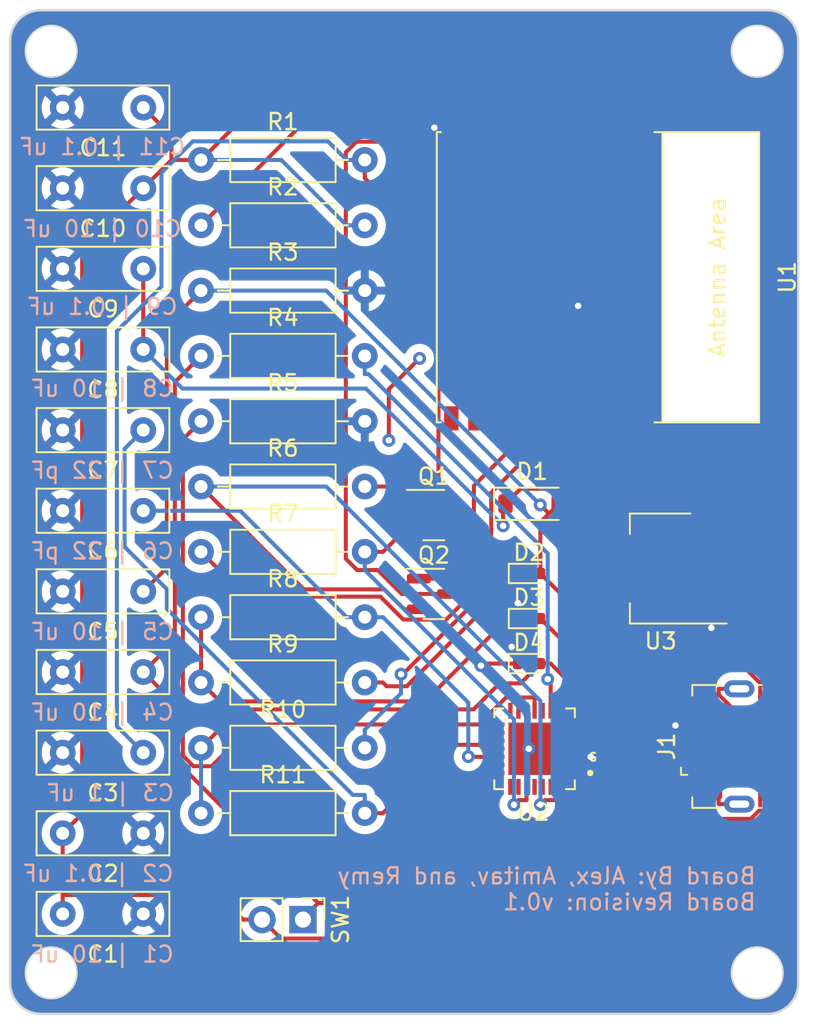
<source format=kicad_pcb>
(kicad_pcb (version 20221018) (generator pcbnew)
  (layers (0 "F.Cu" signal) (31 "B.Cu" signal) (34 "B.Paste" user) (35 "F.Paste" user) (36 "B.SilkS" user "B.Silkscreen") (37 "F.SilkS" user "F.Silkscreen") (38 "B.Mask" user) (39 "F.Mask" user) (44 "Edge.Cuts" user))
  (net 0 "")
  (net 1 "GND")
  (net 2 "+3V3")
  (net 3 "Net-(Q1-C)")
  (net 4 "Net-(U2-VDD)")
  (net 5 "Net-(D1-A)")
  (net 6 "Net-(U2-GPIO.0{slash}TXT)")
  (net 7 "Net-(U2-GPIO.1{slash}RXT)")
  (net 8 "+5V")
  (net 9 "Net-(D3-A)")
  (net 10 "Net-(D4-A)")
  (net 12 "unconnected-(J1-Shield-Pad6)")
  (net 13 "Net-(Q1-B)")
  (net 14 "Net-(Q1-E)")
  (net 15 "Net-(Q2-B)")
  (net 16 "Net-(Q2-E)")
  (net 17 "Net-(Q2-C)")
  (net 18 "Net-(U1-GPIO8)")
  (net 19 "Net-(U2-~{RST})")
  (net 20 "Net-(U2-~{SUSPEND})")
  (net 21 "Net-(U1-GPIO19{slash}USB_D+)")
  (net 22 "Net-(U1-GPIO18{slash}USB_D-)")
  (footprint "Capacitor_THT:C_Disc_D8.0mm_W2.5mm_P5.00mm" (layer "F.Cu") (at 64.77 57.47 180)
    (fp_text reference "C11" (at 2.5 -2.5) (layer "F.SilkS"))
    (fp_text value "0.1 uF")
    (pad "1" thru_hole circle (at 0 0 180) (size 1.6 1.6) (drill 0.8) (layers "*.Cu" "*.Mask") (net 2 "+3V3"))
    (pad "2" thru_hole circle (at 5 0 180) (size 1.6 1.6) (drill 0.8) (layers "*.Cu" "*.Mask") (net 1 "GND"))
  )
  (footprint "Package_TO_SOT_SMD:SOT-23" (layer "F.Cu") (at 82.804 87.63)
    (fp_text reference "Q2" (at 0 -2.4) (layer "F.SilkS"))
    (fp_text value "BC818")
    (pad "1" smd roundrect (at -0.9375 -0.95) (size 1.475 0.6) (layers "F.Cu" "F.Paste" "F.Mask") (net 15 "Net-(Q2-B)"))
    (pad "2" smd roundrect (at -0.9375 0.95) (size 1.475 0.6) (layers "F.Cu" "F.Paste" "F.Mask") (net 16 "Net-(Q2-E)"))
    (pad "3" smd roundrect (at 0.9375 0) (size 1.475 0.6) (layers "F.Cu" "F.Paste" "F.Mask") (net 17 "Net-(Q2-C)"))
  )
  (footprint "Resistor_THT:R_Axial_DIN0207_L6.3mm_D2.5mm_P10.16mm_Horizontal" (layer "F.Cu") (at 68.355 72.87)
    (fp_text reference "R4" (at 5.08 -2.37) (layer "F.SilkS"))
    (fp_text value "1k")
    (pad "1" thru_hole circle (at 0 0) (size 1.6 1.6) (drill 0.8) (layers "*.Cu" "*.Mask") (net 4 "Net-(U2-VDD)"))
    (pad "2" thru_hole oval (at 10.16 0) (size 1.6 1.6) (drill 0.8) (layers "*.Cu" "*.Mask") (net 19 "Net-(U2-~{RST})"))
  )
  (footprint "Resistor_THT:R_Axial_DIN0207_L6.3mm_D2.5mm_P10.16mm_Horizontal" (layer "F.Cu") (at 68.355 64.77)
    (fp_text reference "R2" (at 5.08 -2.37) (layer "F.SilkS"))
    (fp_text value "10k")
    (pad "1" thru_hole circle (at 0 0) (size 1.6 1.6) (drill 0.8) (layers "*.Cu" "*.Mask") (net 18 "Net-(U1-GPIO8)"))
    (pad "2" thru_hole oval (at 10.16 0) (size 1.6 1.6) (drill 0.8) (layers "*.Cu" "*.Mask") (net 2 "+3V3"))
  )
  (footprint "Connector_PinHeader_2.54mm:PinHeader_1x02_P2.54mm_Vertical" (layer "F.Cu") (at 74.681 107.823 -90)
    (fp_text reference "SW1" (at 0 -2.33 90) (layer "F.SilkS"))
    (fp_text value "SW_DIP_x01")
    (pad "1" thru_hole rect (at 0 0 270) (size 1.7 1.7) (drill 1) (layers "*.Cu" "*.Mask") (net 4 "Net-(U2-VDD)"))
    (pad "2" thru_hole oval (at 0 2.54 270) (size 1.7 1.7) (drill 1) (layers "*.Cu" "*.Mask") (net 2 "+3V3"))
  )
  (footprint "Capacitor_THT:C_Disc_D8.0mm_W2.5mm_P5.00mm" (layer "F.Cu") (at 64.77 102.47 180)
    (fp_text reference "C2" (at 2.5 -2.5) (layer "F.SilkS"))
    (fp_text value "0.1 uF")
    (pad "1" thru_hole circle (at 0 0 180) (size 1.6 1.6) (drill 0.8) (layers "*.Cu" "*.Mask") (net 1 "GND"))
    (pad "2" thru_hole circle (at 5 0 180) (size 1.6 1.6) (drill 0.8) (layers "*.Cu" "*.Mask") (net 2 "+3V3"))
  )
  (footprint "Capacitor_THT:C_Disc_D8.0mm_W2.5mm_P5.00mm" (layer "F.Cu") (at 64.77 107.47 180)
    (fp_text reference "C1" (at 2.5 -2.5) (layer "F.SilkS"))
    (fp_text value "10 uF")
    (pad "1" thru_hole circle (at 0 0 180) (size 1.6 1.6) (drill 0.8) (layers "*.Cu" "*.Mask") (net 1 "GND"))
    (pad "2" thru_hole circle (at 5 0 180) (size 1.6 1.6) (drill 0.8) (layers "*.Cu" "*.Mask") (net 2 "+3V3"))
  )
  (footprint "Diode_SMD:D_SOD-523" (layer "F.Cu") (at 88.711 91.948)
    (fp_text reference "D4" (at 0 -1.3) (layer "F.SilkS"))
    (fp_text value "1N914WT")
    (pad "1" smd roundrect (at -0.7 0 180) (size 0.6 0.7) (layers "F.Cu" "F.Paste" "F.Mask") (net 1 "GND"))
    (pad "2" smd roundrect (at 0.7 0 180) (size 0.6 0.7) (layers "F.Cu" "F.Paste" "F.Mask") (net 10 "Net-(D4-A)"))
  )
  (footprint "Resistor_THT:R_Axial_DIN0207_L6.3mm_D2.5mm_P10.16mm_Horizontal" (layer "F.Cu") (at 68.355 89.07)
    (fp_text reference "R8" (at 5.08 -2.37) (layer "F.SilkS"))
    (fp_text value "0")
    (pad "1" thru_hole circle (at 0 0) (size 1.6 1.6) (drill 0.8) (layers "*.Cu" "*.Mask") (net 9 "Net-(D3-A)"))
    (pad "2" thru_hole oval (at 10.16 0) (size 1.6 1.6) (drill 0.8) (layers "*.Cu" "*.Mask") (net 6 "Net-(U2-GPIO.0{slash}TXT)"))
  )
  (footprint "Package_TO_SOT_SMD:SOT-23" (layer "F.Cu") (at 82.804 82.738)
    (fp_text reference "Q1" (at 0 -2.4) (layer "F.SilkS"))
    (fp_text value "BC818")
    (pad "1" smd roundrect (at -0.9375 -0.95) (size 1.475 0.6) (layers "F.Cu" "F.Paste" "F.Mask") (net 13 "Net-(Q1-B)"))
    (pad "2" smd roundrect (at -0.9375 0.95) (size 1.475 0.6) (layers "F.Cu" "F.Paste" "F.Mask") (net 14 "Net-(Q1-E)"))
    (pad "3" smd roundrect (at 0.9375 0) (size 1.475 0.6) (layers "F.Cu" "F.Paste" "F.Mask") (net 3 "Net-(Q1-C)"))
  )
  (footprint "Capacitor_THT:C_Disc_D8.0mm_W2.5mm_P5.00mm" (layer "F.Cu") (at 64.77 92.47 180)
    (fp_text reference "C4" (at 2.5 -2.5) (layer "F.SilkS"))
    (fp_text value "10 uF")
    (pad "1" thru_hole circle (at 0 0 180) (size 1.6 1.6) (drill 0.8) (layers "*.Cu" "*.Mask") (net 4 "Net-(U2-VDD)"))
    (pad "2" thru_hole circle (at 5 0 180) (size 1.6 1.6) (drill 0.8) (layers "*.Cu" "*.Mask") (net 1 "GND"))
  )
  (footprint "Resistor_THT:R_Axial_DIN0207_L6.3mm_D2.5mm_P10.16mm_Horizontal" (layer "F.Cu") (at 68.355 97.17)
    (fp_text reference "R10" (at 5.08 -2.37) (layer "F.SilkS"))
    (fp_text value "0")
    (pad "1" thru_hole circle (at 0 0) (size 1.6 1.6) (drill 0.8) (layers "*.Cu" "*.Mask") (net 10 "Net-(D4-A)"))
    (pad "2" thru_hole oval (at 10.16 0) (size 1.6 1.6) (drill 0.8) (layers "*.Cu" "*.Mask") (net 22 "Net-(U1-GPIO18{slash}USB_D-)"))
  )
  (footprint "Connector_USB:USB_Micro-B_GCT_USB3076-30-A" (layer "F.Cu") (at 100.55 97.0862 90)
    (fp_text reference "J1" (at 0 -3.3 90) (layer "F.SilkS"))
    (fp_text value "USB_B_Micro")
    (pad "1" smd rect (at -1.3 -1.45 90) (size 0.4 1.4) (layers "F.Cu" "F.Paste" "F.Mask") (net 5 "Net-(D1-A)"))
    (pad "2" smd rect (at -0.65 -1.45 90) (size 0.4 1.4) (layers "F.Cu" "F.Paste" "F.Mask") (net 10 "Net-(D4-A)"))
    (pad "3" smd rect (at 0 -1.45 90) (size 0.4 1.4) (layers "F.Cu" "F.Paste" "F.Mask") (net 9 "Net-(D3-A)"))
    (pad "4" smd rect (at 0.65 -1.45 90) (size 0.4 1.4) (layers "F.Cu" "F.Paste" "F.Mask"))
    (pad "5" smd rect (at 1.3 -1.45 90) (size 0.4 1.4) (layers "F.Cu" "F.Paste" "F.Mask") (net 1 "GND"))
    (pad "6" thru_hole oval (at -3.575 1.2 270) (size 1.05 1.9) (drill oval 0.45 1.25) (layers "*.Cu" "*.Mask") (net 12 "unconnected-(J1-Shield-Pad6)"))
    (pad "6" smd rect (at -2.32 -1.03 90) (size 1.15 1.45) (layers "F.Cu" "F.Paste" "F.Mask") (net 12 "unconnected-(J1-Shield-Pad6)"))
    (pad "6" smd rect (at -1.125 1.2 90) (size 1.75 1.9) (layers "F.Cu" "F.Paste" "F.Mask") (net 12 "unconnected-(J1-Shield-Pad6)"))
    (pad "6" smd rect (at 1.125 1.2 90) (size 1.75 1.9) (layers "F.Cu" "F.Paste" "F.Mask") (net 12 "unconnected-(J1-Shield-Pad6)"))
    (pad "6" smd rect (at 2.32 -1.03 90) (size 1.15 1.45) (layers "F.Cu" "F.Paste" "F.Mask") (net 12 "unconnected-(J1-Shield-Pad6)"))
    (pad "6" thru_hole oval (at 3.575 1.2 90) (size 1.05 1.9) (drill oval 0.45 1.25) (layers "*.Cu" "*.Mask") (net 12 "unconnected-(J1-Shield-Pad6)"))
  )
  (footprint "Resistor_THT:R_Axial_DIN0207_L6.3mm_D2.5mm_P10.16mm_Horizontal" (layer "F.Cu") (at 68.355 85.02)
    (fp_text reference "R7" (at 5.08 -2.37) (layer "F.SilkS"))
    (fp_text value "10k")
    (pad "1" thru_hole circle (at 0 0) (size 1.6 1.6) (drill 0.8) (layers "*.Cu" "*.Mask") (net 15 "Net-(Q2-B)"))
    (pad "2" thru_hole oval (at 10.16 0) (size 1.6 1.6) (drill 0.8) (layers "*.Cu" "*.Mask") (net 14 "Net-(Q1-E)"))
  )
  (footprint "Package_TO_SOT_SMD:SOT-223-3_TabPin2" (layer "F.Cu") (at 96.8756 86.0552 180)
    (fp_text reference "U3" (at 0 -4.5) (layer "F.SilkS"))
    (fp_text value "LD1117S33TR_SOT223")
    (pad "1" smd rect (at -3.15 -2.3 180) (size 2 1.5) (layers "F.Cu" "F.Paste" "F.Mask") (net 1 "GND"))
    (pad "2" smd rect (at -3.15 0 180) (size 2 1.5) (layers "F.Cu" "F.Paste" "F.Mask") (net 2 "+3V3"))
    (pad "2" smd rect (at 3.15 0 180) (size 2 3.8) (layers "F.Cu" "F.Paste" "F.Mask") (net 2 "+3V3"))
    (pad "3" smd rect (at -3.15 2.3 180) (size 2 1.5) (layers "F.Cu" "F.Paste" "F.Mask") (net 8 "+5V"))
  )
  (footprint "Resistor_THT:R_Axial_DIN0207_L6.3mm_D2.5mm_P10.16mm_Horizontal" (layer "F.Cu") (at 68.355 68.82)
    (fp_text reference "R3" (at 5.08 -2.37) (layer "F.SilkS"))
    (fp_text value "47.5k")
    (pad "1" thru_hole circle (at 0 0) (size 1.6 1.6) (drill 0.8) (layers "*.Cu" "*.Mask") (net 5 "Net-(D1-A)"))
    (pad "2" thru_hole oval (at 10.16 0) (size 1.6 1.6) (drill 0.8) (layers "*.Cu" "*.Mask") (net 1 "GND"))
  )
  (footprint "Resistor_THT:R_Axial_DIN0207_L6.3mm_D2.5mm_P10.16mm_Horizontal" (layer "F.Cu") (at 68.355 60.72)
    (fp_text reference "R1" (at 5.08 -2.37) (layer "F.SilkS"))
    (fp_text value "10k")
    (pad "1" thru_hole circle (at 0 0) (size 1.6 1.6) (drill 0.8) (layers "*.Cu" "*.Mask") (net 2 "+3V3"))
    (pad "2" thru_hole oval (at 10.16 0) (size 1.6 1.6) (drill 0.8) (layers "*.Cu" "*.Mask") (net 3 "Net-(Q1-C)"))
  )
  (footprint "Capacitor_THT:C_Disc_D8.0mm_W2.5mm_P5.00mm" (layer "F.Cu") (at 64.77 87.47 180)
    (fp_text reference "C5" (at 2.5 -2.5) (layer "F.SilkS"))
    (fp_text value "1 uF")
    (pad "1" thru_hole circle (at 0 0 180) (size 1.6 1.6) (drill 0.8) (layers "*.Cu" "*.Mask") (net 5 "Net-(D1-A)"))
    (pad "2" thru_hole circle (at 5 0 180) (size 1.6 1.6) (drill 0.8) (layers "*.Cu" "*.Mask") (net 1 "GND"))
  )
  (footprint "espressif kicad-libraries main footprints-Espressif:ESP32-C3-WROOM-02" (layer "F.Cu") (at 89.985 67.9932 -90)
    (fp_text reference "U1" (at 0 -14.75 90) (layer "F.SilkS"))
    (fp_text value "ESP32-C3-WROOM-02")
    (fp_text user "Antenna Area" (at 0 -10.4 90) (layer "F.SilkS"))
    (pad "1" smd rect (at -8.75 -5.9 270) (size 1.5 0.9) (layers "F.Cu" "F.Paste" "F.Mask") (net 2 "+3V3"))
    (pad "2" smd rect (at -8.75 -4.4 270) (size 1.5 0.9) (layers "F.Cu" "F.Paste" "F.Mask") (net 3 "Net-(Q1-C)"))
    (pad "3" smd rect (at -8.75 -2.9 270) (size 1.5 0.9) (layers "F.Cu" "F.Paste" "F.Mask"))
    (pad "4" smd rect (at -8.75 -1.4 270) (size 1.5 0.9) (layers "F.Cu" "F.Paste" "F.Mask"))
    (pad "5" smd rect (at -8.75 0.1 270) (size 1.5 0.9) (layers "F.Cu" "F.Paste" "F.Mask"))
    (pad "6" smd rect (at -8.75 1.6 270) (size 1.5 0.9) (layers "F.Cu" "F.Paste" "F.Mask"))
    (pad "7" smd rect (at -8.75 3.1 270) (size 1.5 0.9) (layers "F.Cu" "F.Paste" "F.Mask") (net 18 "Net-(U1-GPIO8)"))
    (pad "8" smd rect (at -8.75 4.6 270) (size 1.5 0.9) (layers "F.Cu" "F.Paste" "F.Mask") (net 17 "Net-(Q2-C)"))
    (pad "9" smd rect (at -8.75 6.1 270) (size 1.5 0.9) (layers "F.Cu" "F.Paste" "F.Mask") (net 1 "GND"))
    (pad "10" smd rect (at 8.75 6.1 90) (size 1.5 0.9) (layers "F.Cu" "F.Paste" "F.Mask"))
    (pad "11" smd rect (at 8.75 4.6 90) (size 1.5 0.9) (layers "F.Cu" "F.Paste" "F.Mask"))
    (pad "12" smd rect (at 8.75 3.1 90) (size 1.5 0.9) (layers "F.Cu" "F.Paste" "F.Mask"))
    (pad "13" smd rect (at 8.75 1.6 90) (size 1.5 0.9) (layers "F.Cu" "F.Paste" "F.Mask") (net 22 "Net-(U1-GPIO18{slash}USB_D-)"))
    (pad "14" smd rect (at 8.75 0.1 90) (size 1.5 0.9) (layers "F.Cu" "F.Paste" "F.Mask") (net 21 "Net-(U1-GPIO19{slash}USB_D+)"))
    (pad "15" smd rect (at 8.75 -1.4 90) (size 1.5 0.9) (layers "F.Cu" "F.Paste" "F.Mask"))
    (pad "16" smd rect (at 8.75 -2.9 90) (size 1.5 0.9) (layers "F.Cu" "F.Paste" "F.Mask"))
    (pad "17" smd rect (at 8.75 -4.4 90) (size 1.5 0.9) (layers "F.Cu" "F.Paste" "F.Mask"))
    (pad "18" smd rect (at 8.75 -5.9 90) (size 1.5 0.9) (layers "F.Cu" "F.Paste" "F.Mask"))
    (pad "19" smd rect (at -0.14 -0.8 90) (size 0.7 0.7) (layers "F.Cu" "F.Paste" "F.Mask") (net 1 "GND"))
    (pad "19" smd rect (at -0.14 0.3 90) (size 0.7 0.7) (layers "F.Cu" "F.Paste" "F.Mask") (net 1 "GND"))
    (pad "19" smd rect (at -0.14 1.4 90) (size 0.7 0.7) (layers "F.Cu" "F.Paste" "F.Mask") (net 1 "GND"))
    (pad "19" smd rect (at 0.91 -0.8 90) (size 0.7 0.7) (layers "F.Cu" "F.Paste" "F.Mask") (net 1 "GND"))
    (pad "19" smd rect (at 0.91 0.3 90) (size 0.7 0.7) (layers "F.Cu" "F.Paste" "F.Mask") (net 1 "GND"))
    (pad "19" smd rect (at 0.91 1.4 90) (size 0.7 0.7) (layers "F.Cu" "F.Paste" "F.Mask") (net 1 "GND"))
    (pad "19" smd rect (at 2.06 -0.8 90) (size 0.7 0.7) (layers "F.Cu" "F.Paste" "F.Mask") (net 1 "GND"))
    (pad "19" smd rect (at 2.06 0.3 90) (size 0.7 0.7) (layers "F.Cu" "F.Paste" "F.Mask") (net 1 "GND"))
    (pad "19" smd rect (at 2.06 1.4 90) (size 0.7 0.7) (layers "F.Cu" "F.Paste" "F.Mask") (net 1 "GND"))
    (zone (net 0) (net_name "") (layers "*.Cu") (name "antenna keepout") (connect_pads (clearance 0)) (min_thickness 0.254)
      (keepout (tracks not_allowed) (vias not_allowed) (pads not_allowed) (copperpour not_allowed) (footprints not_allowed))
      (fill (thermal_gap 0.508) (thermal_bridge_width 0.508))
      (polygon (pts (xy 96.985 76.9932) (xy 96.985 58.9932) (xy 102.985 58.9932) (xy 102.985 76.9932)))
    )
  )
  (footprint "Resistor_THT:R_Axial_DIN0207_L6.3mm_D2.5mm_P10.16mm_Horizontal" (layer "F.Cu") (at 68.355 80.97)
    (fp_text reference "R6" (at 5.08 -2.37) (layer "F.SilkS"))
    (fp_text value "10k")
    (pad "1" thru_hole circle (at 0 0) (size 1.6 1.6) (drill 0.8) (layers "*.Cu" "*.Mask") (net 16 "Net-(Q2-E)"))
    (pad "2" thru_hole oval (at 10.16 0) (size 1.6 1.6) (drill 0.8) (layers "*.Cu" "*.Mask") (net 13 "Net-(Q1-B)"))
  )
  (footprint "Capacitor_THT:C_Disc_D8.0mm_W2.5mm_P5.00mm" (layer "F.Cu") (at 64.77 82.47 180)
    (fp_text reference "C6" (at 2.5 -2.5) (layer "F.SilkS"))
    (fp_text value "22 pF")
    (pad "1" thru_hole circle (at 0 0 180) (size 1.6 1.6) (drill 0.8) (layers "*.Cu" "*.Mask") (net 6 "Net-(U2-GPIO.0{slash}TXT)"))
    (pad "2" thru_hole circle (at 5 0 180) (size 1.6 1.6) (drill 0.8) (layers "*.Cu" "*.Mask") (net 1 "GND"))
  )
  (footprint "Resistor_THT:R_Axial_DIN0207_L6.3mm_D2.5mm_P10.16mm_Horizontal" (layer "F.Cu") (at 68.355 76.92)
    (fp_text reference "R5" (at 5.08 -2.37) (layer "F.SilkS"))
    (fp_text value "10k")
    (pad "1" thru_hole circle (at 0 0) (size 1.6 1.6) (drill 0.8) (layers "*.Cu" "*.Mask") (net 20 "Net-(U2-~{SUSPEND})"))
    (pad "2" thru_hole oval (at 10.16 0) (size 1.6 1.6) (drill 0.8) (layers "*.Cu" "*.Mask") (net 1 "GND"))
  )
  (footprint "Resistor_THT:R_Axial_DIN0207_L6.3mm_D2.5mm_P10.16mm_Horizontal" (layer "F.Cu") (at 68.355 93.12)
    (fp_text reference "R9" (at 5.08 -2.37) (layer "F.SilkS"))
    (fp_text value "0")
    (pad "1" thru_hole circle (at 0 0) (size 1.6 1.6) (drill 0.8) (layers "*.Cu" "*.Mask") (net 9 "Net-(D3-A)"))
    (pad "2" thru_hole oval (at 10.16 0) (size 1.6 1.6) (drill 0.8) (layers "*.Cu" "*.Mask") (net 21 "Net-(U1-GPIO19{slash}USB_D+)"))
  )
  (footprint "Diode_SMD:D_SOD-523" (layer "F.Cu") (at 88.711 89.154)
    (fp_text reference "D3" (at 0 -1.3) (layer "F.SilkS"))
    (fp_text value "1N914WT")
    (pad "1" smd roundrect (at -0.7 0 180) (size 0.6 0.7) (layers "F.Cu" "F.Paste" "F.Mask") (net 1 "GND"))
    (pad "2" smd roundrect (at 0.7 0 180) (size 0.6 0.7) (layers "F.Cu" "F.Paste" "F.Mask") (net 9 "Net-(D3-A)"))
  )
  (footprint "Capacitor_THT:C_Disc_D8.0mm_W2.5mm_P5.00mm" (layer "F.Cu") (at 64.77 62.47 180)
    (fp_text reference "C10" (at 2.5 -2.5) (layer "F.SilkS"))
    (fp_text value "10 uF")
    (pad "1" thru_hole circle (at 0 0 180) (size 1.6 1.6) (drill 0.8) (layers "*.Cu" "*.Mask") (net 2 "+3V3"))
    (pad "2" thru_hole circle (at 5 0 180) (size 1.6 1.6) (drill 0.8) (layers "*.Cu" "*.Mask") (net 1 "GND"))
  )
  (footprint "Capacitor_THT:C_Disc_D8.0mm_W2.5mm_P5.00mm" (layer "F.Cu") (at 64.77 77.47 180)
    (fp_text reference "C7" (at 2.5 -2.5) (layer "F.SilkS"))
    (fp_text value "22 pF")
    (pad "1" thru_hole circle (at 0 0 180) (size 1.6 1.6) (drill 0.8) (layers "*.Cu" "*.Mask") (net 7 "Net-(U2-GPIO.1{slash}RXT)"))
    (pad "2" thru_hole circle (at 5 0 180) (size 1.6 1.6) (drill 0.8) (layers "*.Cu" "*.Mask") (net 1 "GND"))
  )
  (footprint "Capacitor_THT:C_Disc_D8.0mm_W2.5mm_P5.00mm" (layer "F.Cu") (at 64.77 72.47 180)
    (fp_text reference "C8" (at 2.5 -2.5) (layer "F.SilkS"))
    (fp_text value "10 uF")
    (pad "1" thru_hole circle (at 0 0 180) (size 1.6 1.6) (drill 0.8) (layers "*.Cu" "*.Mask") (net 8 "+5V"))
    (pad "2" thru_hole circle (at 5 0 180) (size 1.6 1.6) (drill 0.8) (layers "*.Cu" "*.Mask") (net 1 "GND"))
  )
  (footprint "Diode_SMD:D_SOD-523" (layer "F.Cu") (at 88.711 86.36)
    (fp_text reference "D2" (at 0 -1.3) (layer "F.SilkS"))
    (fp_text value "1N914WT")
    (pad "1" smd roundrect (at -0.7 0 180) (size 0.6 0.7) (layers "F.Cu" "F.Paste" "F.Mask") (net 1 "GND"))
    (pad "2" smd roundrect (at 0.7 0 180) (size 0.6 0.7) (layers "F.Cu" "F.Paste" "F.Mask") (net 5 "Net-(D1-A)"))
  )
  (footprint "Capacitor_THT:C_Disc_D8.0mm_W2.5mm_P5.00mm" (layer "F.Cu") (at 64.77 97.47 180)
    (fp_text reference "C3" (at 2.5 -2.5) (layer "F.SilkS"))
    (fp_text value "1 uF")
    (pad "1" thru_hole circle (at 0 0 180) (size 1.6 1.6) (drill 0.8) (layers "*.Cu" "*.Mask") (net 3 "Net-(Q1-C)"))
    (pad "2" thru_hole circle (at 5 0 180) (size 1.6 1.6) (drill 0.8) (layers "*.Cu" "*.Mask") (net 1 "GND"))
  )
  (footprint "Diode_SMD:D_SOD-123" (layer "F.Cu") (at 88.9 82.042)
    (fp_text reference "D1" (at 0 -2) (layer "F.SilkS"))
    (fp_text value "MBR0540")
    (pad "1" smd roundrect (at -1.65 0) (size 0.9 1.2) (layers "F.Cu" "F.Paste" "F.Mask") (net 8 "+5V"))
    (pad "2" smd roundrect (at 1.65 0) (size 0.9 1.2) (layers "F.Cu" "F.Paste" "F.Mask") (net 5 "Net-(D1-A)"))
  )
  (footprint "Resistor_THT:R_Axial_DIN0207_L6.3mm_D2.5mm_P10.16mm_Horizontal" (layer "F.Cu") (at 68.355 101.22)
    (fp_text reference "R11" (at 5.08 -2.37) (layer "F.SilkS"))
    (fp_text value "0")
    (pad "1" thru_hole circle (at 0 0) (size 1.6 1.6) (drill 0.8) (layers "*.Cu" "*.Mask") (net 10 "Net-(D4-A)"))
    (pad "2" thru_hole oval (at 10.16 0) (size 1.6 1.6) (drill 0.8) (layers "*.Cu" "*.Mask") (net 7 "Net-(U2-GPIO.1{slash}RXT)"))
  )
  (footprint "Capacitor_THT:C_Disc_D8.0mm_W2.5mm_P5.00mm" (layer "F.Cu") (at 64.77 67.47 180)
    (fp_text reference "C9" (at 2.5 -2.5) (layer "F.SilkS"))
    (fp_text value "0.1 uF")
    (pad "1" thru_hole circle (at 0 0 180) (size 1.6 1.6) (drill 0.8) (layers "*.Cu" "*.Mask") (net 8 "+5V"))
    (pad "2" thru_hole circle (at 5 0 180) (size 1.6 1.6) (drill 0.8) (layers "*.Cu" "*.Mask") (net 1 "GND"))
  )
  (footprint "CP2102N_A02_GQFN28:QFN50P500X500X80-29N" (layer "F.Cu") (at 89.0524 97.2312 180)
    (fp_text reference "U2" (at 0.07 -3.94) (layer "F.SilkS"))
    (fp_text value "CP2102N-A02-GQFN28")
    (pad "1" smd rect (at -2.36 -1.5 180) (size 0.99 0.27) (layers "F.Cu" "F.Paste" "F.Mask"))
    (pad "2" smd rect (at -2.36 -1 180) (size 0.99 0.27) (layers "F.Cu" "F.Paste" "F.Mask"))
    (pad "3" smd rect (at -2.36 -0.5 180) (size 0.99 0.27) (layers "F.Cu" "F.Paste" "F.Mask") (net 1 "GND"))
    (pad "4" smd rect (at -2.36 0 180) (size 0.99 0.27) (layers "F.Cu" "F.Paste" "F.Mask"))
    (pad "5" smd rect (at -2.36 0.5 180) (size 0.99 0.27) (layers "F.Cu" "F.Paste" "F.Mask"))
    (pad "6" smd rect (at -2.36 1 180) (size 0.99 0.27) (layers "F.Cu" "F.Paste" "F.Mask") (net 4 "Net-(U2-VDD)"))
    (pad "7" smd rect (at -2.36 1.5 180) (size 0.99 0.27) (layers "F.Cu" "F.Paste" "F.Mask") (net 4 "Net-(U2-VDD)"))
    (pad "8" smd rect (at -1.5 2.36 180) (size 0.27 0.99) (layers "F.Cu" "F.Paste" "F.Mask") (net 5 "Net-(D1-A)"))
    (pad "9" smd rect (at -1 2.36 180) (size 0.27 0.99) (layers "F.Cu" "F.Paste" "F.Mask") (net 19 "Net-(U2-~{RST})"))
    (pad "10" smd rect (at -0.5 2.36 180) (size 0.27 0.99) (layers "F.Cu" "F.Paste" "F.Mask"))
    (pad "11" smd rect (at 0 2.36 180) (size 0.27 0.99) (layers "F.Cu" "F.Paste" "F.Mask") (net 20 "Net-(U2-~{SUSPEND})"))
    (pad "12" smd rect (at 0.5 2.36 180) (size 0.27 0.99) (layers "F.Cu" "F.Paste" "F.Mask"))
    (pad "13" smd rect (at 1 2.36 180) (size 0.27 0.99) (layers "F.Cu" "F.Paste" "F.Mask"))
    (pad "14" smd rect (at 1.5 2.36 180) (size 0.27 0.99) (layers "F.Cu" "F.Paste" "F.Mask"))
    (pad "15" smd rect (at 2.36 1.5 180) (size 0.99 0.27) (layers "F.Cu" "F.Paste" "F.Mask"))
    (pad "16" smd rect (at 2.36 1 180) (size 0.99 0.27) (layers "F.Cu" "F.Paste" "F.Mask"))
    (pad "17" smd rect (at 2.36 0.5 180) (size 0.99 0.27) (layers "F.Cu" "F.Paste" "F.Mask"))
    (pad "18" smd rect (at 2.36 0 180) (size 0.99 0.27) (layers "F.Cu" "F.Paste" "F.Mask") (net 7 "Net-(U2-GPIO.1{slash}RXT)"))
    (pad "19" smd rect (at 2.36 -0.5 180) (size 0.99 0.27) (layers "F.Cu" "F.Paste" "F.Mask") (net 6 "Net-(U2-GPIO.0{slash}TXT)"))
    (pad "20" smd rect (at 2.36 -1 180) (size 0.99 0.27) (layers "F.Cu" "F.Paste" "F.Mask"))
    (pad "21" smd rect (at 2.36 -1.5 180) (size 0.99 0.27) (layers "F.Cu" "F.Paste" "F.Mask"))
    (pad "22" smd rect (at 1.5 -2.36 180) (size 0.27 0.99) (layers "F.Cu" "F.Paste" "F.Mask"))
    (pad "23" smd rect (at 1 -2.36 180) (size 0.27 0.99) (layers "F.Cu" "F.Paste" "F.Mask"))
    (pad "24" smd rect (at 0.5 -2.36 180) (size 0.27 0.99) (layers "F.Cu" "F.Paste" "F.Mask") (net 14 "Net-(Q1-E)"))
    (pad "25" smd rect (at 0 -2.36 180) (size 0.27 0.99) (layers "F.Cu" "F.Paste" "F.Mask"))
    (pad "26" smd rect (at -0.5 -2.36 180) (size 0.27 0.99) (layers "F.Cu" "F.Paste" "F.Mask"))
    (pad "27" smd rect (at -1 -2.36 180) (size 0.27 0.99) (layers "F.Cu" "F.Paste" "F.Mask"))
    (pad "28" smd rect (at -1.5 -2.36 180) (size 0.27 0.99) (layers "F.Cu" "F.Paste" "F.Mask") (net 16 "Net-(Q2-E)"))
    (pad "29" smd rect (at 0 0 180) (size 3.25 3.25) (layers "F.Cu" "F.Mask") (net 1 "GND"))
  )
  (gr_circle (center 59.055 111.125) (end 60.655 111.125) (stroke (width 0.1)) (fill none) (layer "Edge.Cuts"))
  (gr_arc (start 58.42 113.665) (mid 57.072962 113.107038) (end 56.515 111.76) (stroke (width 0.15)) (layer "Edge.Cuts"))
  (gr_arc (start 105.41 111.76) (mid 104.852038 113.107038) (end 103.505 113.665) (stroke (width 0.15)) (layer "Edge.Cuts"))
  (gr_circle (center 59.055 53.975) (end 60.655 53.975) (stroke (width 0.1)) (fill none) (layer "Edge.Cuts"))
  (gr_line (start 105.41 53.34) (end 105.41 111.76) (stroke (width 0.15)) (layer "Edge.Cuts"))
  (gr_arc (start 103.505 51.435) (mid 104.852038 51.992962) (end 105.41 53.34) (stroke (width 0.15)) (layer "Edge.Cuts"))
  (gr_arc (start 56.515 53.34) (mid 57.072962 51.992962) (end 58.42 51.435) (stroke (width 0.15)) (layer "Edge.Cuts"))
  (gr_circle (center 102.87 53.975) (end 104.47 53.975) (stroke (width 0.1)) (fill none) (layer "Edge.Cuts"))
  (gr_circle (center 102.87 111.125) (end 104.47 111.125) (stroke (width 0.1)) (fill none) (layer "Edge.Cuts"))
  (gr_line (start 56.515 111.76) (end 56.515 53.34) (stroke (width 0.15)) (layer "Edge.Cuts"))
  (gr_line (start 58.42 51.435) (end 103.505 51.435) (stroke (width 0.15)) (layer "Edge.Cuts"))
  (gr_line (start 103.505 113.665) (end 58.42 113.665) (stroke (width 0.15)) (layer "Edge.Cuts"))
  (gr_text "C2 | 0.1 uF" (at 61.98 104.97) (layer "B.SilkS") (effects (font (size 1 1)) (justify mirror)))
  (gr_text "C7 | 22 pF" (at 62.23 79.972) (layer "B.SilkS") (effects (font (size 1 1)) (justify mirror)))
  (gr_text "C10 | 10 uF" (at 62.23 64.986) (layer "B.SilkS") (effects (font (size 1 1)) (justify mirror)))
  (gr_text "Board By: Alex, Amitav, and Remy\nBoard Revision: v0.1" (at 102.87 107.315) (layer "B.SilkS") (effects (font (size 1 1)) (justify left bottom mirror)))
  (gr_text "C11 | 0.1 uF" (at 62.23 59.906) (layer "B.SilkS") (effects (font (size 1 1)) (justify mirror)))
  (gr_text "C5 | 10 uF" (at 62.23 89.97) (layer "B.SilkS") (effects (font (size 1 1)) (justify mirror)))
  (gr_text "C6 | 22 pF" (at 62.23 84.97) (layer "B.SilkS") (effects (font (size 1 1)) (justify mirror)))
  (gr_text "C8 | 10 uF" (at 62.23 74.892) (layer "B.SilkS") (effects (font (size 1 1)) (justify mirror)))
  (gr_text "C1 | 10 uF" (at 62.23 109.97) (layer "B.SilkS") (effects (font (size 1 1)) (justify mirror)))
  (gr_text "C4 | 10 uF" (at 62.23 94.97) (layer "B.SilkS") (effects (font (size 1 1)) (justify mirror)))
  (gr_text "C3 | 1 uF" (at 62.73 99.97) (layer "B.SilkS") (effects (font (size 1 1)) (justify mirror)))
  (gr_text "C9 | 0.1 uF" (at 62.23 69.812) (layer "B.SilkS") (effects (font (size 1 1)) (justify mirror)))
  (gr_text "G" (at 92.329 98.044) (layer "F.SilkS") (effects (font (size 0.5 0.5) (thickness 0.125)) (justify left bottom)))
  (segment (start 80.01 74.93) (end 80.01 78.105) (width 0.25) (layer "F.Cu") (net 0))
  (segment (start 81.915 73.025) (end 80.01 74.93) (width 0.25) (layer "F.Cu") (net 0))
  (via (at 80.01 78.105) (size 0.8) (drill 0.4) (layers "F.Cu" "B.Cu") (net 0))
  (via (at 81.915 73.025) (size 0.8) (drill 0.4) (layers "F.Cu" "B.Cu") (net 0))
  (segment (start 90.785 67.8532) (end 90.785 68.3782) (width 0.25) (layer "F.Cu") (net 1))
  (segment (start 88.011 89.154) (end 88.011 88.1972) (width 0.25) (layer "F.Cu") (net 1))
  (segment (start 90.785 68.3782) (end 89.685 68.3782) (width 0.25) (layer "F.Cu") (net 1))
  (segment (start 90.785 68.3782) (end 90.785 68.9032) (width 0.25) (layer "F.Cu") (net 1))
  (segment (start 90.785 70.0532) (end 91.4619 70.0532) (width 0.25) (layer "F.Cu") (net 1))
  (segment (start 89.685 68.6407) (end 89.685 68.9032) (width 0.25) (layer "F.Cu") (net 1))
  (segment (start 100.0256 88.3552) (end 100.0256 89.7294) (width 0.25) (layer "F.Cu") (net 1))
  (segment (start 88.011 91.2939) (end 87.63 90.9129) (width 0.25) (layer "F.Cu") (net 1))
  (segment (start 89.685 68.6407) (end 88.585 68.6407) (width 0.25) (layer "F.Cu") (net 1))
  (segment (start 83.885 59.2432) (end 83.3582 58.7164) (width 0.25) (layer "F.Cu") (net 1))
  (segment (start 88.585 70.0532) (end 89.2619 70.0532) (width 0.25) (layer "F.Cu") (net 1))
  (segment (start 88.585 67.8532) (end 88.585 68.6407) (width 0.25) (layer "F.Cu") (net 1))
  (segment (start 97.7948 95.7862) (end 99.1 95.7862) (width 0.25) (layer "F.Cu") (net 1))
  (segment (start 89.685 68.3782) (end 89.685 68.6407) (width 0.25) (layer "F.Cu") (net 1))
  (segment (start 88.011 91.948) (end 85.852 91.948) (width 0.25) (layer "F.Cu") (net 1))
  (segment (start 88.585 68.6407) (end 88.585 68.9032) (width 0.25) (layer "F.Cu") (net 1))
  (segment (start 91.7519 69.7632) (end 91.4619 70.0532) (width 0.25) (layer "F.Cu") (net 1))
  (segment (start 89.685 68.9032) (end 89.685 70.0532) (width 0.25) (layer "F.Cu") (net 1))
  (segment (start 89.685 67.8532) (end 89.685 68.3782) (width 0.25) (layer "F.Cu") (net 1))
  (segment (start 89.5524 97.7312) (end 91.4124 97.7312) (width 0.25) (layer "F.Cu") (net 1))
  (segment (start 83.3582 58.7164) (end 82.833 58.7164) (width 0.25) (layer "F.Cu") (net 1))
  (segment (start 91.4124 97.7312) (end 92.5348 97.7312) (width 0.25) (layer "F.Cu") (net 1))
  (segment (start 88.011 88.1972) (end 88.011 86.36) (width 0.25) (layer "F.Cu") (net 1))
  (segment (start 89.0524 97.2312) (end 89.5524 97.7312) (width 0.25) (layer "F.Cu") (net 1))
  (segment (start 88.011 91.948) (end 88.011 91.2939) (width 0.25) (layer "F.Cu") (net 1))
  (segment (start 90.785 68.9032) (end 90.785 70.0532) (width 0.25) (layer "F.Cu") (net 1))
  (segment (start 89.685 70.0532) (end 89.2619 70.0532) (width 0.25) (layer "F.Cu") (net 1))
  (segment (start 85.852 91.948) (end 85.725 92.075) (width 0.25) (layer "F.Cu") (net 1))
  (via (at 100.0256 89.7294) (size 0.8) (drill 0.4) (layers "F.Cu" "B.Cu") (net 1))
  (via (at 91.7519 69.7632) (size 0.8) (drill 0.4) (layers "F.Cu" "B.Cu") (net 1))
  (via (at 85.725 92.075) (size 0.8) (drill 0.4) (layers "F.Cu" "B.Cu") (net 1))
  (via (at 82.833 58.7164) (size 0.8) (drill 0.4) (layers "F.Cu" "B.Cu") (net 1))
  (via (at 87.63 90.9129) (size 0.8) (drill 0.4) (layers "F.Cu" "B.Cu") (net 1))
  (via (at 97.7948 95.7862) (size 0.8) (drill 0.4) (layers "F.Cu" "B.Cu") (net 1))
  (via (at 88.6913 97.2312) (size 0.8) (drill 0.4) (layers "F.Cu" "B.Cu") (net 1))
  (via (at 92.5348 97.7312) (size 0.8) (drill 0.4) (layers "F.Cu" "B.Cu") (net 1))
  (via (at 88.011 88.1972) (size 0.8) (drill 0.4) (layers "F.Cu" "B.Cu") (net 1))
  (segment (start 88.6913 95.0413) (end 88.6913 97.2312) (width 0.25) (layer "B.Cu") (net 1))
  (segment (start 92.5348 97.7312) (end 94.4798 95.7862) (width 0.25) (layer "B.Cu") (net 1))
  (segment (start 85.725 92.075) (end 88.6913 95.0413) (width 0.25) (layer "B.Cu") (net 1))
  (segment (start 87.63 88.5782) (end 88.011 88.1972) (width 0.25) (layer "B.Cu") (net 1))
  (segment (start 94.4798 95.7862) (end 97.7948 95.7862) (width 0.25) (layer "B.Cu") (net 1))
  (segment (start 87.63 90.9129) (end 87.63 88.5782) (width 0.25) (layer "B.Cu") (net 1))
  (segment (start 59.77 106.2981) (end 69.4392 106.2981) (width 0.25) (layer "F.Cu") (net 2))
  (segment (start 66.52 60.72) (end 64.77 62.47) (width 0.25) (layer "F.Cu") (net 2))
  (segment (start 98.9487 87.1321) (end 100.0256 87.1321) (width 0.25) (layer "F.Cu") (net 2))
  (segment (start 95.885 59.2432) (end 95.885 58.1663) (width 0.25) (layer "F.Cu") (net 2))
  (segment (start 69.4392 106.2981) (end 70.9641 107.823) (width 0.25) (layer "F.Cu") (net 2))
  (segment (start 59.77 102.47) (end 60.9804 101.2596) (width 0.25) (layer "F.Cu") (net 2))
  (segment (start 93.7256 86.0552) (end 93.7256 88.2821) (width 0.25) (layer "F.Cu") (net 2))
  (segment (start 100.0256 86.0552) (end 100.0256 86.0553) (width 0.25) (layer "F.Cu") (net 2))
  (segment (start 60.9804 101.2596) (end 60.9804 66.2596) (width 0.25) (layer "F.Cu") (net 2))
  (segment (start 101.187 108.998) (end 73.316 108.998) (width 0.25) (layer "F.Cu") (net 2))
  (segment (start 95.2402 57.5215) (end 71.5535 57.5215) (width 0.25) (layer "F.Cu") (net 2))
  (segment (start 97.7987 88.2821) (end 98.9487 87.1321) (width 0.25) (layer "F.Cu") (net 2))
  (segment (start 72.141 107.823) (end 70.9641 107.823) (width 0.25) (layer "F.Cu") (net 2))
  (segment (start 100.0256 86.0562) (end 100.0256 86.0573) (width 0.25) (layer "F.Cu") (net 2))
  (segment (start 100.0256 86.3244) (end 100.0256 86.5936) (width 0.25) (layer "F.Cu") (net 2))
  (segment (start 66.52 59.22) (end 64.77 57.47) (width 0.25) (layer "F.Cu") (net 2))
  (segment (start 100.0256 86.072) (end 100.0256 86.0888) (width 0.25) (layer "F.Cu") (net 2))
  (segment (start 71.5535 57.5215) (end 68.355 60.72) (width 0.25) (layer "F.Cu") (net 2))
  (segment (start 100.0256 86.0573) (end 100.0256 86.0594) (width 0.25) (layer "F.Cu") (net 2))
  (segment (start 100.0256 86.0553) (end 100.0256 86.0554) (width 0.25) (layer "F.Cu") (net 2))
  (segment (start 73.316 108.998) (end 72.141 107.823) (width 0.25) (layer "F.Cu") (net 2))
  (segment (start 100.0256 86.0552) (end 100.2756 86.0552) (width 0.25) (layer "F.Cu") (net 2))
  (segment (start 100.0256 86.1225) (end 100.0256 86.1898) (width 0.25) (layer "F.Cu") (net 2))
  (segment (start 100.2756 86.0552) (end 104.14 89.9196) (width 0.25) (layer "F.Cu") (net 2))
  (segment (start 100.0256 86.5936) (end 100.0256 87.1321) (width 0.25) (layer "F.Cu") (net 2))
  (segment (start 104.14 89.9196) (end 104.14 106.045) (width 0.25) (layer "F.Cu") (net 2))
  (segment (start 100.0256 86.0554) (end 100.0256 86.0557) (width 0.25) (layer "F.Cu") (net 2))
  (segment (start 100.0256 86.0594) (end 100.0256 86.0636) (width 0.25) (layer "F.Cu") (net 2))
  (segment (start 93.7256 88.2821) (end 97.7987 88.2821) (width 0.25) (layer "F.Cu") (net 2))
  (segment (start 68.355 60.72) (end 66.52 60.72) (width 0.25) (layer "F.Cu") (net 2))
  (segment (start 95.885 58.1663) (end 95.2402 57.5215) (width 0.25) (layer "F.Cu") (net 2))
  (segment (start 100.0256 86.0888) (end 100.0256 86.1225) (width 0.25) (layer "F.Cu") (net 2))
  (segment (start 59.77 106.2981) (end 59.77 102.47) (width 0.25) (layer "F.Cu") (net 2))
  (segment (start 59.77 107.47) (end 59.77 106.2981) (width 0.25) (layer "F.Cu") (net 2))
  (segment (start 66.52 60.72) (end 66.52 59.22) (width 0.25) (layer "F.Cu") (net 2))
  (segment (start 100.0256 86.0557) (end 100.0256 86.0562) (width 0.25) (layer "F.Cu") (net 2))
  (segment (start 60.9804 66.2596) (end 64.77 62.47) (width 0.25) (layer "F.Cu") (net 2))
  (segment (start 100.0256 86.0636) (end 100.0256 86.072) (width 0.25) (layer "F.Cu") (net 2))
  (segment (start 100.0256 86.1898) (end 100.0256 86.3244) (width 0.25) (layer "F.Cu") (net 2))
  (segment (start 104.14 106.045) (end 101.187 108.998) (width 0.25) (layer "F.Cu") (net 2))
  (segment (start 77.3881 64.77) (end 73.3381 60.72) (width 0.25) (layer "B.Cu") (net 2))
  (segment (start 78.515 64.77) (end 77.3881 64.77) (width 0.25) (layer "B.Cu") (net 2))
  (segment (start 73.3381 60.72) (end 68.355 60.72) (width 0.25) (layer "B.Cu") (net 2))
  (segment (start 83.0878 82.0843) (end 83.0878 66.4197) (width 0.25) (layer "F.Cu") (net 3))
  (segment (start 89.1874 60.3201) (end 83.0878 66.4197) (width 0.25) (layer "F.Cu") (net 3))
  (segment (start 78.515 60.72) (end 78.515 61.8469) (width 0.25) (layer "F.Cu") (net 3))
  (segment (start 94.385 59.2432) (end 94.385 60.3201) (width 0.25) (layer "F.Cu") (net 3))
  (segment (start 83.0878 66.4197) (end 78.515 61.8469) (width 0.25) (layer "F.Cu") (net 3))
  (segment (start 83.7415 82.738) (end 83.0878 82.0843) (width 0.25) (layer "F.Cu") (net 3))
  (segment (start 94.385 60.3201) (end 89.1874 60.3201) (width 0.25) (layer "F.Cu") (net 3))
  (segment (start 77.3881 60.72) (end 76.2328 59.5647) (width 0.25) (layer "B.Cu") (net 3))
  (segment (start 63.1321 95.8321) (end 64.77 97.47) (width 0.25) (layer "B.Cu") (net 3))
  (segment (start 65.8969 68.571) (end 63.1321 71.3358) (width 0.25) (layer "B.Cu") (net 3))
  (segment (start 65.8969 61.5119) (end 65.8969 68.571) (width 0.25) (layer "B.Cu") (net 3))
  (segment (start 63.1321 71.3358) (end 63.1321 95.8321) (width 0.25) (layer "B.Cu") (net 3))
  (segment (start 76.2328 59.5647) (end 67.8441 59.5647) (width 0.25) (layer "B.Cu") (net 3))
  (segment (start 78.515 60.72) (end 77.3881 60.72) (width 0.25) (layer "B.Cu") (net 3))
  (segment (start 67.8441 59.5647) (end 65.8969 61.5119) (width 0.25) (layer "B.Cu") (net 3))
  (segment (start 92.2343 96.2312) (end 93.2854 97.2823) (width 0.25) (layer "F.Cu") (net 4))
  (segment (start 66.2856 97.4545) (end 66.2856 93.9856) (width 0.25) (layer "F.Cu") (net 4))
  (segment (start 68.355 72.87) (end 66.7296 74.4954) (width 0.25) (layer "F.Cu") (net 4))
  (segment (start 91.4124 96.2312) (end 92.2343 96.2312) (width 0.25) (layer "F.Cu") (net 4))
  (segment (start 74.681 107.7428) (end 75.6275 106.7963) (width 0.25) (layer "F.Cu") (net 4))
  (segment (start 74.681 107.823) (end 74.681 107.7428) (width 0.25) (layer "F.Cu") (net 4))
  (segment (start 84.8431 106.7964) (end 75.6275 106.7964) (width 0.25) (layer "F.Cu") (net 4))
  (segment (start 66.7296 74.4954) (end 66.7296 90.5104) (width 0.25) (layer "F.Cu") (net 4))
  (segment (start 93.2854 97.2823) (end 93.2854 98.3541) (width 0.25) (layer "F.Cu") (net 4))
  (segment (start 75.6275 106.7964) (end 75.6275 106.7963) (width 0.25) (layer "F.Cu") (net 4))
  (segment (start 75.6275 106.7963) (end 66.2856 97.4545) (width 0.25) (layer "F.Cu") (net 4))
  (segment (start 93.2854 98.3541) (end 84.8431 106.7964) (width 0.25) (layer "F.Cu") (net 4))
  (segment (start 66.7296 90.5104) (end 64.77 92.47) (width 0.25) (layer "F.Cu") (net 4))
  (segment (start 66.2856 93.9856) (end 64.77 92.47) (width 0.25) (layer "F.Cu") (net 4))
  (segment (start 91.4124 95.7312) (end 91.4124 96.2312) (width 0.25) (layer "F.Cu") (net 4))
  (segment (start 89.411 83.181) (end 89.411 86.36) (width 0.25) (layer "F.Cu") (net 5))
  (segment (start 98.4342 98.3862) (end 95.2146 98.3862) (width 0.25) (layer "F.Cu") (net 5))
  (segment (start 102.472 101.5756) (end 103.0505 100.9971) (width 0.25) (layer "F.Cu") (net 5))
  (segment (start 95.2146 98.3862) (end 91.6996 94.8712) (width 0.25) (layer "F.Cu") (net 5))
  (segment (start 99.1 98.3862) (end 98.4342 98.3862) (width 0.25) (layer "F.Cu") (net 5))
  (segment (start 98.4342 98.3862) (end 98.4342 100.0827) (width 0.25) (layer "F.Cu") (net 5))
  (segment (start 101.2195 91.3281) (end 94.3791 91.3281) (width 0.25) (layer "F.Cu") (net 5))
  (segment (start 68.355 68.82) (end 66.2308 70.9442) (width 0.25) (layer "F.Cu") (net 5))
  (segment (start 91.6996 94.8712) (end 90.5524 94.8712) (width 0.25) (layer "F.Cu") (net 5))
  (segment (start 66.2308 86.0092) (end 64.77 87.47) (width 0.25) (layer "F.Cu") (net 5))
  (segment (start 89.9443 82.6477) (end 89.411 83.181) (width 0.25) (layer "F.Cu") (net 5))
  (segment (start 99.9271 101.5756) (end 102.472 101.5756) (width 0.25) (layer "F.Cu") (net 5))
  (segment (start 103.0505 93.1591) (end 101.2195 91.3281) (width 0.25) (layer "F.Cu") (net 5))
  (segment (start 94.3791 91.3281) (end 89.411 86.36) (width 0.25) (layer "F.Cu") (net 5))
  (segment (start 66.2308 70.9442) (end 66.2308 86.0092) (width 0.25) (layer "F.Cu") (net 5))
  (segment (start 98.4342 100.0827) (end 99.9271 101.5756) (width 0.25) (layer "F.Cu") (net 5))
  (segment (start 103.0505 100.9971) (end 103.0505 93.1591) (width 0.25) (layer "F.Cu") (net 5))
  (segment (start 89.9443 82.6477) (end 89.404 82.1074) (width 0.25) (layer "F.Cu") (net 5))
  (segment (start 90.55 82.042) (end 89.9443 82.6477) (width 0.25) (layer "F.Cu") (net 5))
  (via (at 89.404 82.1074) (size 0.8) (drill 0.4) (layers "F.Cu" "B.Cu") (net 5))
  (segment (start 68.355 68.82) (end 76.1166 68.82) (width 0.25) (layer "B.Cu") (net 5))
  (segment (start 76.1166 68.82) (end 89.404 82.1074) (width 0.25) (layer "B.Cu") (net 5))
  (segment (start 84.9544 97.7312) (end 84.94 97.7168) (width 0.25) (layer "F.Cu") (net 6))
  (segment (start 85.8705 97.7312) (end 84.9544 97.7312) (width 0.25) (layer "F.Cu") (net 6))
  (segment (start 86.6924 97.7312) (end 85.8705 97.7312) (width 0.25) (layer "F.Cu") (net 6))
  (via (at 84.94 97.7168) (size 0.8) (drill 0.4) (layers "F.Cu" "B.Cu") (net 6))
  (segment (start 77.9516 89.07) (end 77.3881 89.07) (width 0.25) (layer "B.Cu") (net 6))
  (segment (start 84.94 94.3681) (end 79.6419 89.07) (width 0.25) (layer "B.Cu") (net 6))
  (segment (start 70.7881 82.47) (end 77.3881 89.07) (width 0.25) (layer "B.Cu") (net 6))
  (segment (start 84.94 97.7168) (end 84.94 94.3681) (width 0.25) (layer "B.Cu") (net 6))
  (segment (start 78.515 89.07) (end 77.9516 89.07) (width 0.25) (layer "B.Cu") (net 6))
  (segment (start 64.77 82.47) (end 70.7881 82.47) (width 0.25) (layer "B.Cu") (net 6))
  (segment (start 78.515 89.07) (end 79.6419 89.07) (width 0.25) (layer "B.Cu") (net 6))
  (segment (start 85.6243 96.985) (end 83.8769 96.985) (width 0.25) (layer "F.Cu") (net 7))
  (segment (start 78.515 101.22) (end 79.6419 101.22) (width 0.25) (layer "F.Cu") (net 7))
  (segment (start 85.8705 97.2312) (end 85.6243 96.985) (width 0.25) (layer "F.Cu") (net 7))
  (segment (start 86.6924 97.2312) (end 85.8705 97.2312) (width 0.25) (layer "F.Cu") (net 7))
  (segment (start 83.8769 96.985) (end 79.6419 101.22) (width 0.25) (layer "F.Cu") (net 7))
  (segment (start 78.515 100.0931) (end 77.7754 100.0931) (width 0.25) (layer "B.Cu") (net 7))
  (segment (start 77.7754 100.0931) (end 66.2299 88.5476) (width 0.25) (layer "B.Cu") (net 7))
  (segment (start 63.6122 78.6278) (end 64.77 77.47) (width 0.25) (layer "B.Cu") (net 7))
  (segment (start 66.2299 88.5476) (end 66.2299 87.33) (width 0.25) (layer "B.Cu") (net 7))
  (segment (start 66.2299 87.33) (end 63.6122 84.7123) (width 0.25) (layer "B.Cu") (net 7))
  (segment (start 63.6122 84.7123) (end 63.6122 78.6278) (width 0.25) (layer "B.Cu") (net 7))
  (segment (start 78.515 101.22) (end 78.515 100.0931) (width 0.25) (layer "B.Cu") (net 7))
  (segment (start 64.77 67.47) (end 64.77 72.47) (width 0.25) (layer "F.Cu") (net 8))
  (segment (start 88.1841 81.1079) (end 87.25 82.042) (width 0.25) (layer "F.Cu") (net 8))
  (segment (start 98.4552 81.1079) (end 88.1841 81.1079) (width 0.25) (layer "F.Cu") (net 8))
  (segment (start 87.1024 82.1896) (end 87.1024 83.4063) (width 0.25) (layer "F.Cu") (net 8))
  (segment (start 100.0256 82.6783) (end 98.4552 81.1079) (width 0.25) (layer "F.Cu") (net 8))
  (segment (start 100.0256 83.7552) (end 100.0256 82.6783) (width 0.25) (layer "F.Cu") (net 8))
  (segment (start 87.25 82.042) (end 87.1024 82.1896) (width 0.25) (layer "F.Cu") (net 8))
  (via (at 87.1024 83.4063) (size 0.8) (drill 0.4) (layers "F.Cu" "B.Cu") (net 8))
  (segment (start 78.5911 74.895) (end 67.195 74.895) (width 0.25) (layer "B.Cu") (net 8))
  (segment (start 67.195 74.895) (end 64.77 72.47) (width 0.25) (layer "B.Cu") (net 8))
  (segment (start 87.1024 83.4063) (end 78.5911 74.895) (width 0.25) (layer "B.Cu") (net 8))
  (segment (start 97.3432 97.0862) (end 99.1 97.0862) (width 0.25) (layer "F.Cu") (net 9))
  (segment (start 82.2555 94.2913) (end 69.5263 94.2913) (width 0.25) (layer "F.Cu") (net 9))
  (segment (start 89.411 89.154) (end 97.3432 97.0862) (width 0.25) (layer "F.Cu") (net 9))
  (segment (start 86.3584 90.1884) (end 82.2555 94.2913) (width 0.25) (layer "F.Cu") (net 9))
  (segment (start 88.3766 90.1884) (end 86.3584 90.1884) (width 0.25) (layer "F.Cu") (net 9))
  (segment (start 68.355 93.12) (end 68.355 89.07) (width 0.25) (layer "F.Cu") (net 9))
  (segment (start 69.5263 94.2913) (end 68.355 93.12) (width 0.25) (layer "F.Cu") (net 9))
  (segment (start 89.411 89.154) (end 88.3766 90.1884) (width 0.25) (layer "F.Cu") (net 9))
  (segment (start 86.8774 93.1758) (end 88.1833 93.1758) (width 0.25) (layer "F.Cu") (net 10))
  (segment (start 85.2641 94.7891) (end 86.8774 93.1758) (width 0.25) (layer "F.Cu") (net 10))
  (segment (start 95.8384 97.7362) (end 99.1 97.7362) (width 0.25) (layer "F.Cu") (net 10))
  (segment (start 89.411 91.9481) (end 89.411 91.948) (width 0.25) (layer "F.Cu") (net 10))
  (segment (start 88.1833 93.1758) (end 89.411 91.9481) (width 0.25) (layer "F.Cu") (net 10))
  (segment (start 89.411 91.9481) (end 90.0503 91.9481) (width 0.25) (layer "F.Cu") (net 10))
  (segment (start 68.355 97.17) (end 70.7359 94.7891) (width 0.25) (layer "F.Cu") (net 10))
  (segment (start 90.0503 91.9481) (end 95.8384 97.7362) (width 0.25) (layer "F.Cu") (net 10))
  (segment (start 70.7359 94.7891) (end 85.2641 94.7891) (width 0.25) (layer "F.Cu") (net 10))
  (segment (start 68.355 101.22) (end 68.355 97.17) (width 0.25) (layer "B.Cu") (net 10))
  (segment (start 101.3683 94.7593) (end 101.75 94.7593) (width 0.25) (layer "F.Cu") (net 12))
  (segment (start 99.52 99.4062) (end 100.5719 99.4062) (width 0.25) (layer "F.Cu") (net 12))
  (segment (start 101.75 95.9612) (end 101.75 98.2112) (width 0.25) (layer "F.Cu") (net 12))
  (segment (start 100.4731 93.5112) (end 100.4731 93.8641) (width 0.25) (layer "F.Cu") (net 12))
  (segment (start 100.5719 99.4062) (end 100.5719 100.2095) (width 0.25) (layer "F.Cu") (net 12))
  (segment (start 101.75 100.6612) (end 100.4731 100.6612) (width 0.25) (layer "F.Cu") (net 12))
  (segment (start 101.75 93.5112) (end 100.4731 93.5112) (width 0.25) (layer "F.Cu") (net 12))
  (segment (start 100.5719 100.2095) (end 100.4731 100.3083) (width 0.25) (layer "F.Cu") (net 12))
  (segment (start 101.75 95.9612) (end 101.75 94.7593) (width 0.25) (layer "F.Cu") (net 12))
  (segment (start 101.75 98.2112) (end 101.75 99.0497) (width 0.25) (layer "F.Cu") (net 12))
  (segment (start 99.52 94.7662) (end 99.571 94.7662) (width 0.25) (layer "F.Cu") (net 12))
  (segment (start 100.4731 100.3083) (end 100.4731 100.6612) (width 0.25) (layer "F.Cu") (net 12))
  (segment (start 100.9284 99.0497) (end 100.5719 99.4062) (width 0.25) (layer "F.Cu") (net 12))
  (segment (start 99.571 94.7662) (end 100.4731 93.8641) (width 0.25) (layer "F.Cu") (net 12))
  (segment (start 100.4731 93.8641) (end 101.3683 94.7593) (width 0.25) (layer "F.Cu") (net 12))
  (segment (start 101.75 99.0497) (end 100.9284 99.0497) (width 0.25) (layer "F.Cu") (net 12))
  (segment (start 81.0485 80.97) (end 81.8665 81.788) (width 0.25) (layer "F.Cu") (net 13))
  (segment (start 78.515 80.97) (end 81.0485 80.97) (width 0.25) (layer "F.Cu") (net 13))
  (segment (start 79.6419 85.02) (end 80.9739 83.688) (width 0.25) (layer "F.Cu") (net 14))
  (segment (start 78.515 85.02) (end 79.6419 85.02) (width 0.25) (layer "F.Cu") (net 14))
  (segment (start 88.0612 100.4131) (end 87.7726 100.7017) (width 0.25) (layer "F.Cu") (net 14))
  (segment (start 80.9739 83.688) (end 81.8665 83.688) (width 0.25) (layer "F.Cu") (net 14))
  (segment (start 88.5524 99.5912) (end 88.5524 100.4131) (width 0.25) (layer "F.Cu") (net 14))
  (segment (start 88.5524 100.4131) (end 88.0612 100.4131) (width 0.25) (layer "F.Cu") (net 14))
  (via (at 87.7726 100.7017) (size 0.8) (drill 0.4) (layers "F.Cu" "B.Cu") (net 14))
  (segment (start 87.7726 95.4045) (end 87.7726 100.7017) (width 0.25) (layer "B.Cu") (net 14))
  (segment (start 78.515 86.1469) (end 87.7726 95.4045) (width 0.25) (layer "B.Cu") (net 14))
  (segment (start 78.515 85.02) (end 78.515 86.1469) (width 0.25) (layer "B.Cu") (net 14))
  (segment (start 84.8065 87.2291) (end 84.2574 86.68) (width 0.25) (layer "F.Cu") (net 15))
  (segment (start 80.9026 89.2168) (end 83.5675 89.2168) (width 0.25) (layer "F.Cu") (net 15))
  (segment (start 83.5675 89.2168) (end 84.8065 87.9778) (width 0.25) (layer "F.Cu") (net 15))
  (segment (start 68.355 85.02) (end 71.1313 87.7963) (width 0.25) (layer "F.Cu") (net 15))
  (segment (start 71.1313 87.7963) (end 79.4821 87.7963) (width 0.25) (layer "F.Cu") (net 15))
  (segment (start 84.2574 86.68) (end 81.8665 86.68) (width 0.25) (layer "F.Cu") (net 15))
  (segment (start 79.4821 87.7963) (end 80.9026 89.2168) (width 0.25) (layer "F.Cu") (net 15))
  (segment (start 84.8065 87.9778) (end 84.8065 87.2291) (width 0.25) (layer "F.Cu") (net 15))
  (segment (start 90.5524 99.5912) (end 90.5524 100.4131) (width 0.25) (layer "F.Cu") (net 16))
  (segment (start 68.355 80.97) (end 74.7294 87.3444) (width 0.25) (layer "F.Cu") (net 16))
  (segment (start 79.7298 87.3444) (end 80.9654 88.58) (width 0.25) (layer "F.Cu") (net 16))
  (segment (start 89.6938 100.4131) (end 89.4158 100.6911) (width 0.25) (layer "F.Cu") (net 16))
  (segment (start 90.5524 100.4131) (end 89.6938 100.4131) (width 0.25) (layer "F.Cu") (net 16))
  (segment (start 80.9654 88.58) (end 81.8665 88.58) (width 0.25) (layer "F.Cu") (net 16))
  (segment (start 74.7294 87.3444) (end 79.7298 87.3444) (width 0.25) (layer "F.Cu") (net 16))
  (via (at 89.4158 100.6911) (size 0.8) (drill 0.4) (layers "F.Cu" "B.Cu") (net 16))
  (segment (start 76.1212 80.97) (end 68.355 80.97) (width 0.25) (layer "B.Cu") (net 16))
  (segment (start 89.4158 100.6911) (end 89.4158 94.2646) (width 0.25) (layer "B.Cu") (net 16))
  (segment (start 89.4158 94.2646) (end 76.1212 80.97) (width 0.25) (layer "B.Cu") (net 16))
  (segment (start 77.3381 60.249) (end 77.3381 85.4459) (width 0.25) (layer "F.Cu") (net 17))
  (segment (start 85.385 60.3201) (end 80.2539 60.3201) (width 0.25) (layer "F.Cu") (net 17))
  (segment (start 78.0391 86.1469) (end 79.3207 86.1469) (width 0.25) (layer "F.Cu") (net 17))
  (segment (start 77.3381 85.4459) (end 78.0391 86.1469) (width 0.25) (layer "F.Cu") (net 17))
  (segment (start 79.3207 86.1469) (end 80.8038 87.63) (width 0.25) (layer "F.Cu") (net 17))
  (segment (start 85.385 59.2432) (end 85.385 60.3201) (width 0.25) (layer "F.Cu") (net 17))
  (segment (start 79.5213 59.5875) (end 77.9996 59.5875) (width 0.25) (layer "F.Cu") (net 17))
  (segment (start 77.9996 59.5875) (end 77.3381 60.249) (width 0.25) (layer "F.Cu") (net 17))
  (segment (start 80.8038 87.63) (end 83.7415 87.63) (width 0.25) (layer "F.Cu") (net 17))
  (segment (start 80.2539 60.3201) (end 79.5213 59.5875) (width 0.25) (layer "F.Cu") (net 17))
  (segment (start 86.885 59.2432) (end 86.885 58.1663) (width 0.25) (layer "F.Cu") (net 18))
  (segment (start 86.885 58.1663) (end 86.702 57.9833) (width 0.25) (layer "F.Cu") (net 18))
  (segment (start 86.702 57.9833) (end 75.1417 57.9833) (width 0.25) (layer "F.Cu") (net 18))
  (segment (start 75.1417 57.9833) (end 68.355 64.77) (width 0.25) (layer "F.Cu") (net 18))
  (segment (start 90.0524 94.8712) (end 90.0524 93.098) (width 0.25) (layer "F.Cu") (net 19))
  (segment (start 90.0524 93.098) (end 89.8679 92.9135) (width 0.25) (layer "F.Cu") (net 19))
  (via (at 89.8679 92.9135) (size 0.8) (drill 0.4) (layers "F.Cu" "B.Cu") (net 19))
  (segment (start 78.515 72.87) (end 78.515 73.9969) (width 0.25) (layer "B.Cu") (net 19))
  (segment (start 89.8679 92.9135) (end 89.8679 85.1163) (width 0.25) (layer "B.Cu") (net 19))
  (segment (start 78.7485 73.9969) (end 78.515 73.9969) (width 0.25) (layer "B.Cu") (net 19))
  (segment (start 89.8679 85.1163) (end 78.7485 73.9969) (width 0.25) (layer "B.Cu") (net 19))
  (segment (start 89.0524 94.0493) (end 87.2798 94.0493) (width 0.25) (layer "F.Cu") (net 20))
  (segment (start 67.2281 97.6557) (end 67.2281 78.0469) (width 0.25) (layer "F.Cu") (net 20))
  (segment (start 69.0125 98.3127) (end 67.8851 98.3127) (width 0.25) (layer "F.Cu") (net 20))
  (segment (start 87.2798 94.0493) (end 85.6054 95.7237) (width 0.25) (layer "F.Cu") (net 20))
  (segment (start 71.6015 95.7237) (end 69.0125 98.3127) (width 0.25) (layer "F.Cu") (net 20))
  (segment (start 67.8851 98.3127) (end 67.2281 97.6557) (width 0.25) (layer "F.Cu") (net 20))
  (segment (start 89.0524 94.8712) (end 89.0524 94.0493) (width 0.25) (layer "F.Cu") (net 20))
  (segment (start 85.6054 95.7237) (end 71.6015 95.7237) (width 0.25) (layer "F.Cu") (net 20))
  (segment (start 67.2281 78.0469) (end 68.355 76.92) (width 0.25) (layer "F.Cu") (net 20))
  (segment (start 78.515 93.12) (end 79.6419 93.12) (width 0.25) (layer "F.Cu") (net 21))
  (segment (start 89.885 76.7432) (end 89.885 77.8201) (width 0.25) (layer "F.Cu") (net 21))
  (segment (start 89.885 77.8201) (end 86.3605 81.3446) (width 0.25) (layer "F.Cu") (net 21))
  (segment (start 81.1163 93.3549) (end 79.8768 93.3549) (width 0.25) (layer "F.Cu") (net 21))
  (segment (start 79.8768 93.3549) (end 79.6419 93.12) (width 0.25) (layer "F.Cu") (net 21))
  (segment (start 86.3605 88.1107) (end 81.1163 93.3549) (width 0.25) (layer "F.Cu") (net 21))
  (segment (start 86.3605 81.3446) (end 86.3605 88.1107) (width 0.25) (layer "F.Cu") (net 21))
  (segment (start 88.385 76.7432) (end 88.385 77.8201) (width 0.25) (layer "F.Cu") (net 22))
  (segment (start 80.8719 92.608) (end 80.7653 92.608) (width 0.25) (layer "F.Cu") (net 22))
  (segment (start 85.2871 88.1928) (end 80.8719 92.608) (width 0.25) (layer "F.Cu") (net 22))
  (segment (start 85.2871 80.918) (end 85.2871 88.1928) (width 0.25) (layer "F.Cu") (net 22))
  (segment (start 88.385 77.8201) (end 85.2871 80.918) (width 0.25) (layer "F.Cu") (net 22))
  (via (at 80.7653 92.608) (size 0.8) (drill 0.4) (layers "F.Cu" "B.Cu") (net 22))
  (segment (start 78.515 96.0431) (end 80.7653 93.7928) (width 0.25) (layer "B.Cu") (net 22))
  (segment (start 78.515 97.17) (end 78.515 96.0431) (width 0.25) (layer "B.Cu") (net 22))
  (segment (start 80.7653 93.7928) (end 80.7653 92.608) (width 0.25) (layer "B.Cu") (net 22))
  (zone (net 1) (net_name "GND") (layer "B.Cu") (connect_pads (clearance 0.5)) (min_thickness 0.25) (fill yes (thermal_gap 0.5) (thermal_bridge_width 0.5))
    (polygon (pts (xy 55.88 50.8) (xy 106.045 50.8) (xy 106.045 114.3) (xy 55.88 114.3)))
  )
)
</source>
